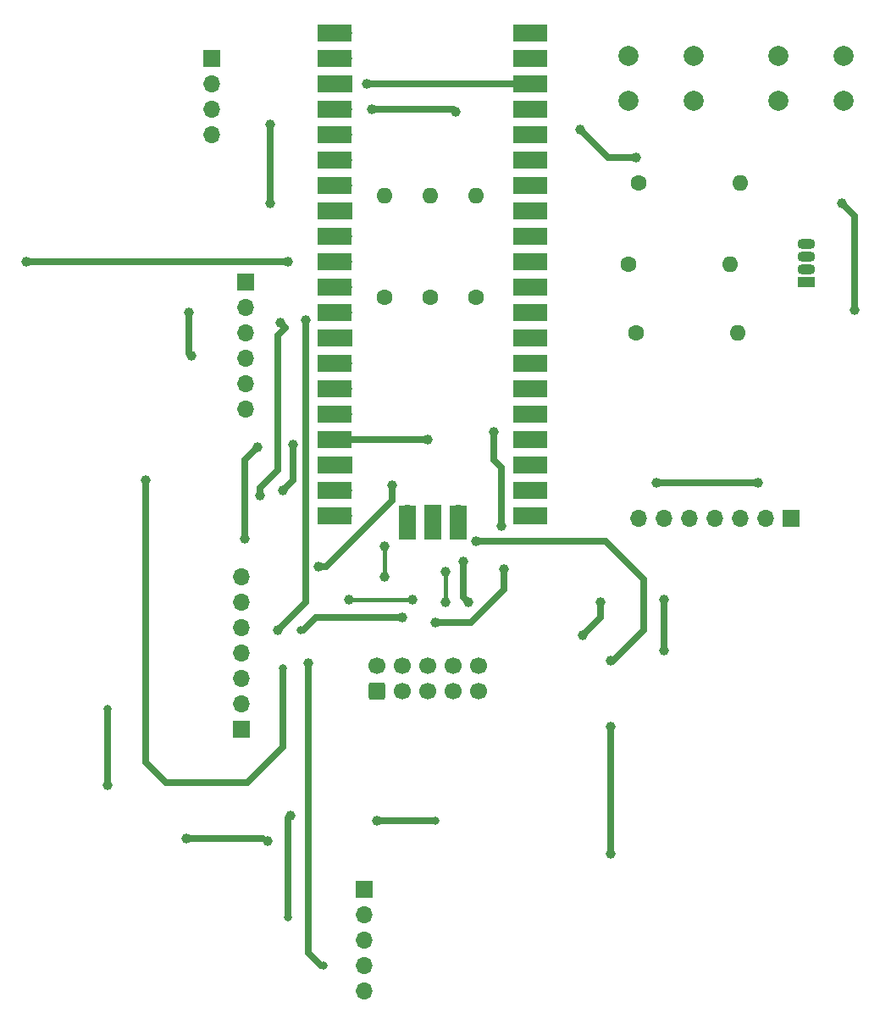
<source format=gbr>
%TF.GenerationSoftware,KiCad,Pcbnew,(6.0.1)*%
%TF.CreationDate,2022-10-25T11:35:38-03:00*%
%TF.ProjectId,Circuito esquem_tico,43697263-7569-4746-9f20-65737175656d,rev?*%
%TF.SameCoordinates,Original*%
%TF.FileFunction,Copper,L1,Top*%
%TF.FilePolarity,Positive*%
%FSLAX46Y46*%
G04 Gerber Fmt 4.6, Leading zero omitted, Abs format (unit mm)*
G04 Created by KiCad (PCBNEW (6.0.1)) date 2022-10-25 11:35:38*
%MOMM*%
%LPD*%
G01*
G04 APERTURE LIST*
G04 Aperture macros list*
%AMRoundRect*
0 Rectangle with rounded corners*
0 $1 Rounding radius*
0 $2 $3 $4 $5 $6 $7 $8 $9 X,Y pos of 4 corners*
0 Add a 4 corners polygon primitive as box body*
4,1,4,$2,$3,$4,$5,$6,$7,$8,$9,$2,$3,0*
0 Add four circle primitives for the rounded corners*
1,1,$1+$1,$2,$3*
1,1,$1+$1,$4,$5*
1,1,$1+$1,$6,$7*
1,1,$1+$1,$8,$9*
0 Add four rect primitives between the rounded corners*
20,1,$1+$1,$2,$3,$4,$5,0*
20,1,$1+$1,$4,$5,$6,$7,0*
20,1,$1+$1,$6,$7,$8,$9,0*
20,1,$1+$1,$8,$9,$2,$3,0*%
G04 Aperture macros list end*
%TA.AperFunction,ComponentPad*%
%ADD10C,1.600000*%
%TD*%
%TA.AperFunction,ComponentPad*%
%ADD11O,1.600000X1.600000*%
%TD*%
%TA.AperFunction,ComponentPad*%
%ADD12R,1.700000X1.700000*%
%TD*%
%TA.AperFunction,ComponentPad*%
%ADD13O,1.700000X1.700000*%
%TD*%
%TA.AperFunction,ComponentPad*%
%ADD14RoundRect,0.250000X0.600000X-0.600000X0.600000X0.600000X-0.600000X0.600000X-0.600000X-0.600000X0*%
%TD*%
%TA.AperFunction,ComponentPad*%
%ADD15C,1.700000*%
%TD*%
%TA.AperFunction,ComponentPad*%
%ADD16C,2.000000*%
%TD*%
%TA.AperFunction,ComponentPad*%
%ADD17R,1.800000X1.070000*%
%TD*%
%TA.AperFunction,ComponentPad*%
%ADD18O,1.800000X1.070000*%
%TD*%
%TA.AperFunction,SMDPad,CuDef*%
%ADD19R,3.500000X1.700000*%
%TD*%
%TA.AperFunction,SMDPad,CuDef*%
%ADD20R,1.700000X3.500000*%
%TD*%
%TA.AperFunction,ViaPad*%
%ADD21C,1.000000*%
%TD*%
%TA.AperFunction,ViaPad*%
%ADD22C,0.800000*%
%TD*%
%TA.AperFunction,Conductor*%
%ADD23C,0.635000*%
%TD*%
%TA.AperFunction,Conductor*%
%ADD24C,0.381000*%
%TD*%
G04 APERTURE END LIST*
D10*
%TO.P,R6,1*%
%TO.N,GP21*%
X159512000Y-76454000D03*
D11*
%TO.P,R6,2*%
%TO.N,Net-(D1-Pad1)*%
X169672000Y-76454000D03*
%TD*%
D12*
%TO.P,J3,1,Pin_1*%
%TO.N,3.3V*%
X117119000Y-49032000D03*
D13*
%TO.P,J3,2,Pin_2*%
%TO.N,GP0*%
X117119000Y-51572000D03*
%TO.P,J3,3,Pin_3*%
%TO.N,GP1*%
X117119000Y-54112000D03*
%TO.P,J3,4,Pin_4*%
%TO.N,GND*%
X117119000Y-56652000D03*
%TD*%
D10*
%TO.P,R5,1*%
%TO.N,GP22*%
X159766000Y-61468000D03*
D11*
%TO.P,R5,2*%
%TO.N,Net-(D1-Pad4)*%
X169926000Y-61468000D03*
%TD*%
D12*
%TO.P,J4,1,Pin_1*%
%TO.N,GP6*%
X120478000Y-71399000D03*
D13*
%TO.P,J4,2,Pin_2*%
%TO.N,GP5*%
X120478000Y-73939000D03*
%TO.P,J4,3,Pin_3*%
%TO.N,GP3*%
X120478000Y-76479000D03*
%TO.P,J4,4,Pin_4*%
%TO.N,GP4*%
X120478000Y-79019000D03*
%TO.P,J4,5,Pin_5*%
%TO.N,3.3V*%
X120478000Y-81559000D03*
%TO.P,J4,6,Pin_6*%
%TO.N,GND*%
X120478000Y-84099000D03*
%TD*%
D14*
%TO.P,J6,1,Pin_1*%
%TO.N,GND*%
X133604000Y-112258500D03*
D15*
%TO.P,J6,2,Pin_2*%
X133604000Y-109718500D03*
%TO.P,J6,3,Pin_3*%
%TO.N,VBUS*%
X136144000Y-112258500D03*
%TO.P,J6,4,Pin_4*%
X136144000Y-109718500D03*
%TO.P,J6,5,Pin_5*%
%TO.N,3.3V*%
X138684000Y-112258500D03*
%TO.P,J6,6,Pin_6*%
X138684000Y-109718500D03*
%TO.P,J6,7,Pin_7*%
%TO.N,GP14*%
X141224000Y-112258500D03*
%TO.P,J6,8,Pin_8*%
X141224000Y-109718500D03*
%TO.P,J6,9,Pin_9*%
%TO.N,GP15*%
X143764000Y-112258500D03*
%TO.P,J6,10,Pin_10*%
X143764000Y-109718500D03*
%TD*%
D10*
%TO.P,R4,1*%
%TO.N,GP26*%
X158750000Y-69596000D03*
D11*
%TO.P,R4,2*%
%TO.N,Net-(D1-Pad3)*%
X168910000Y-69596000D03*
%TD*%
D12*
%TO.P,J1,1,Pin_1*%
%TO.N,GND*%
X120117000Y-116078000D03*
D13*
%TO.P,J1,2,Pin_2*%
%TO.N,VBUS*%
X120117000Y-113538000D03*
%TO.P,J1,3,Pin_3*%
%TO.N,GP2*%
X120117000Y-110998000D03*
%TO.P,J1,4,Pin_4*%
%TO.N,GP8*%
X120117000Y-108458000D03*
%TO.P,J1,5,Pin_5*%
%TO.N,GP9*%
X120117000Y-105918000D03*
%TO.P,J1,6,Pin_6*%
%TO.N,GP11*%
X120117000Y-103378000D03*
%TO.P,J1,7,Pin_7*%
%TO.N,GP10*%
X120117000Y-100838000D03*
%TD*%
D16*
%TO.P,SW2,1,1*%
%TO.N,GND*%
X165302000Y-48804000D03*
X158802000Y-48804000D03*
%TO.P,SW2,2,2*%
%TO.N,GP28*%
X158802000Y-53304000D03*
X165302000Y-53304000D03*
%TD*%
D12*
%TO.P,J2,1,Pin_1*%
%TO.N,VBUS*%
X132359000Y-132110000D03*
D13*
%TO.P,J2,2,Pin_2*%
%TO.N,GND*%
X132359000Y-134650000D03*
%TO.P,J2,3,Pin_3*%
%TO.N,GP7*%
X132359000Y-137190000D03*
%TO.P,J2,4,Pin_4*%
%TO.N,GP8*%
X132359000Y-139730000D03*
%TO.P,J2,5,Pin_5*%
%TO.N,GP13*%
X132359000Y-142270000D03*
%TD*%
D17*
%TO.P,D1,1,RA*%
%TO.N,Net-(D1-Pad1)*%
X176530000Y-71374000D03*
D18*
%TO.P,D1,2,K*%
%TO.N,GND*%
X176530000Y-70104000D03*
%TO.P,D1,3,BA*%
%TO.N,Net-(D1-Pad3)*%
X176530000Y-68834000D03*
%TO.P,D1,4,GA*%
%TO.N,Net-(D1-Pad4)*%
X176530000Y-67564000D03*
%TD*%
D10*
%TO.P,R1,1*%
%TO.N,GP2*%
X143510000Y-72898000D03*
D11*
%TO.P,R1,2*%
%TO.N,3.3V*%
X143510000Y-62738000D03*
%TD*%
D10*
%TO.P,R2,1*%
%TO.N,GP8*%
X138938000Y-72898000D03*
D11*
%TO.P,R2,2*%
%TO.N,3.3V*%
X138938000Y-62738000D03*
%TD*%
D19*
%TO.P,U1,1,GPIO0*%
%TO.N,GP0*%
X129402000Y-46482000D03*
D13*
X130302000Y-46482000D03*
D19*
%TO.P,U1,2,GPIO1*%
%TO.N,GP1*%
X129402000Y-49022000D03*
D13*
X130302000Y-49022000D03*
D12*
%TO.P,U1,3,GND*%
%TO.N,GND*%
X130302000Y-51562000D03*
D19*
X129402000Y-51562000D03*
%TO.P,U1,4,GPIO2*%
%TO.N,GP2*%
X129402000Y-54102000D03*
D13*
X130302000Y-54102000D03*
D19*
%TO.P,U1,5,GPIO3*%
%TO.N,GP3*%
X129402000Y-56642000D03*
D13*
X130302000Y-56642000D03*
D19*
%TO.P,U1,6,GPIO4*%
%TO.N,GP4*%
X129402000Y-59182000D03*
D13*
X130302000Y-59182000D03*
D19*
%TO.P,U1,7,GPIO5*%
%TO.N,GP5*%
X129402000Y-61722000D03*
D13*
X130302000Y-61722000D03*
D12*
%TO.P,U1,8,GND*%
%TO.N,GND*%
X130302000Y-64262000D03*
D19*
X129402000Y-64262000D03*
D13*
%TO.P,U1,9,GPIO6*%
%TO.N,GP6*%
X130302000Y-66802000D03*
D19*
X129402000Y-66802000D03*
D13*
%TO.P,U1,10,GPIO7*%
%TO.N,GP7*%
X130302000Y-69342000D03*
D19*
X129402000Y-69342000D03*
%TO.P,U1,11,GPIO8*%
%TO.N,GP8*%
X129402000Y-71882000D03*
D13*
X130302000Y-71882000D03*
D19*
%TO.P,U1,12,GPIO9*%
%TO.N,GP9*%
X129402000Y-74422000D03*
D13*
X130302000Y-74422000D03*
D12*
%TO.P,U1,13,GND*%
%TO.N,GND*%
X130302000Y-76962000D03*
D19*
X129402000Y-76962000D03*
D13*
%TO.P,U1,14,GPIO10*%
%TO.N,GP10*%
X130302000Y-79502000D03*
D19*
X129402000Y-79502000D03*
%TO.P,U1,15,GPIO11*%
%TO.N,GP11*%
X129402000Y-82042000D03*
D13*
X130302000Y-82042000D03*
%TO.P,U1,16,GPIO12*%
%TO.N,GP8*%
X130302000Y-84582000D03*
D19*
X129402000Y-84582000D03*
D13*
%TO.P,U1,17,GPIO13*%
%TO.N,GP13*%
X130302000Y-87122000D03*
D19*
X129402000Y-87122000D03*
%TO.P,U1,18,GND*%
%TO.N,GND*%
X129402000Y-89662000D03*
D12*
X130302000Y-89662000D03*
D19*
%TO.P,U1,19,GPIO14*%
%TO.N,GP14*%
X129402000Y-92202000D03*
D13*
X130302000Y-92202000D03*
%TO.P,U1,20,GPIO15*%
%TO.N,GP15*%
X130302000Y-94742000D03*
D19*
X129402000Y-94742000D03*
D13*
%TO.P,U1,21,GPIO16*%
%TO.N,GP16*%
X148082000Y-94742000D03*
D19*
X148982000Y-94742000D03*
D13*
%TO.P,U1,22,GPIO17*%
%TO.N,GP17*%
X148082000Y-92202000D03*
D19*
X148982000Y-92202000D03*
%TO.P,U1,23,GND*%
%TO.N,GND*%
X148982000Y-89662000D03*
D12*
X148082000Y-89662000D03*
D19*
%TO.P,U1,24,GPIO18*%
%TO.N,GP18*%
X148982000Y-87122000D03*
D13*
X148082000Y-87122000D03*
D19*
%TO.P,U1,25,GPIO19*%
%TO.N,GP19*%
X148982000Y-84582000D03*
D13*
X148082000Y-84582000D03*
%TO.P,U1,26,GPIO20*%
%TO.N,GP20*%
X148082000Y-82042000D03*
D19*
X148982000Y-82042000D03*
D13*
%TO.P,U1,27,GPIO21*%
%TO.N,GP21*%
X148082000Y-79502000D03*
D19*
X148982000Y-79502000D03*
D12*
%TO.P,U1,28,GND*%
%TO.N,unconnected-(U1-Pad28)*%
X148082000Y-76962000D03*
D19*
X148982000Y-76962000D03*
D13*
%TO.P,U1,29,GPIO22*%
%TO.N,GP22*%
X148082000Y-74422000D03*
D19*
X148982000Y-74422000D03*
D13*
%TO.P,U1,30,RUN*%
%TO.N,unconnected-(U1-Pad30)*%
X148082000Y-71882000D03*
D19*
X148982000Y-71882000D03*
D13*
%TO.P,U1,31,GPIO26_ADC0*%
%TO.N,GP26*%
X148082000Y-69342000D03*
D19*
X148982000Y-69342000D03*
%TO.P,U1,32,GPIO27_ADC1*%
%TO.N,GP27*%
X148982000Y-66802000D03*
D13*
X148082000Y-66802000D03*
D19*
%TO.P,U1,33,AGND*%
%TO.N,unconnected-(U1-Pad33)*%
X148982000Y-64262000D03*
D12*
X148082000Y-64262000D03*
D19*
%TO.P,U1,34,GPIO28_ADC2*%
%TO.N,GP28*%
X148982000Y-61722000D03*
D13*
X148082000Y-61722000D03*
%TO.P,U1,35,ADC_VREF*%
%TO.N,unconnected-(U1-Pad35)*%
X148082000Y-59182000D03*
D19*
X148982000Y-59182000D03*
%TO.P,U1,36,3V3*%
%TO.N,3.3V*%
X148982000Y-56642000D03*
D13*
X148082000Y-56642000D03*
D19*
%TO.P,U1,37,3V3_EN*%
%TO.N,unconnected-(U1-Pad37)*%
X148982000Y-54102000D03*
D13*
X148082000Y-54102000D03*
D19*
%TO.P,U1,38,GND*%
%TO.N,GND*%
X148982000Y-51562000D03*
D12*
X148082000Y-51562000D03*
D19*
%TO.P,U1,39,VSYS*%
%TO.N,unconnected-(U1-Pad39)*%
X148982000Y-49022000D03*
D13*
X148082000Y-49022000D03*
%TO.P,U1,40,VBUS*%
%TO.N,VBUS*%
X148082000Y-46482000D03*
D19*
X148982000Y-46482000D03*
D20*
%TO.P,U1,41,SWCLK*%
%TO.N,unconnected-(U1-Pad41)*%
X136652000Y-95412000D03*
D13*
X136652000Y-94512000D03*
D20*
%TO.P,U1,42,GND*%
%TO.N,unconnected-(U1-Pad42)*%
X139192000Y-95412000D03*
D12*
X139192000Y-94512000D03*
D20*
%TO.P,U1,43,SWDIO*%
%TO.N,unconnected-(U1-Pad43)*%
X141732000Y-95412000D03*
D13*
X141732000Y-94512000D03*
%TD*%
D12*
%TO.P,J5,1,Pin_1*%
%TO.N,GP16*%
X175006000Y-94996000D03*
D13*
%TO.P,J5,2,Pin_2*%
%TO.N,GP17*%
X172466000Y-94996000D03*
%TO.P,J5,3,Pin_3*%
%TO.N,GP20*%
X169926000Y-94996000D03*
%TO.P,J5,4,Pin_4*%
%TO.N,GP19*%
X167386000Y-94996000D03*
%TO.P,J5,5,Pin_5*%
%TO.N,GP18*%
X164846000Y-94996000D03*
%TO.P,J5,6,Pin_6*%
%TO.N,3.3V*%
X162306000Y-94996000D03*
%TO.P,J5,7,Pin_7*%
%TO.N,GND*%
X159766000Y-94996000D03*
%TD*%
D10*
%TO.P,R3,1*%
%TO.N,GP9*%
X134366000Y-72898000D03*
D11*
%TO.P,R3,2*%
%TO.N,3.3V*%
X134366000Y-62738000D03*
%TD*%
D16*
%TO.P,SW1,1,1*%
%TO.N,GND*%
X180288000Y-48804000D03*
X173788000Y-48804000D03*
%TO.P,SW1,2,2*%
%TO.N,GP27*%
X180288000Y-53304000D03*
X173788000Y-53304000D03*
%TD*%
D21*
%TO.N,GND*%
X154178000Y-106680000D03*
D22*
%TO.N,3.3V*%
X139446000Y-125222000D03*
D21*
X110490000Y-91186000D03*
D22*
X124206000Y-109982000D03*
X125984000Y-106172000D03*
D21*
X136144000Y-104902000D03*
X153924000Y-56134000D03*
X159512000Y-58928000D03*
X180086000Y-63500000D03*
X181356000Y-74168000D03*
X133604000Y-125222000D03*
%TO.N,GP8*%
X124206000Y-92202000D03*
%TO.N,GP2*%
X146050000Y-95758000D03*
%TO.N,GP15*%
X142748000Y-103378000D03*
%TO.N,GP2*%
X146304000Y-100076000D03*
%TO.N,GP8*%
X121920000Y-92710000D03*
%TO.N,GP10*%
X121666000Y-87884000D03*
%TO.N,GND*%
X132588000Y-51562000D03*
X155956000Y-103378000D03*
X122936000Y-55626000D03*
X124968000Y-124714000D03*
D22*
X124714000Y-134874000D03*
D21*
X122936000Y-63500000D03*
%TO.N,GP2*%
X137160000Y-103124000D03*
X133096000Y-54102000D03*
X141478000Y-54356000D03*
X139446000Y-105410000D03*
X145288000Y-86360000D03*
X130810000Y-103124000D03*
%TO.N,GP7*%
X98552000Y-69342000D03*
X124714000Y-69342000D03*
%TO.N,GP8*%
X123952000Y-75438000D03*
%TO.N,GP11*%
X127762000Y-99822000D03*
X135128000Y-91694000D03*
%TO.N,GP10*%
X120396000Y-97028000D03*
%TO.N,GP14*%
X134366000Y-97790000D03*
X140462000Y-100330000D03*
X140462000Y-103378000D03*
X134366000Y-100838000D03*
%TO.N,GP15*%
X142240000Y-99314000D03*
%TO.N,3.3V*%
X162306000Y-108204000D03*
X162306000Y-103124000D03*
X122682000Y-127254000D03*
X106680000Y-121666000D03*
X114554000Y-127000000D03*
D22*
X106680000Y-114046000D03*
D21*
%TO.N,GP4*%
X115062000Y-78740000D03*
X114808000Y-74422000D03*
%TO.N,GP17*%
X161544000Y-91440000D03*
X171704000Y-91440000D03*
%TO.N,GP9*%
X123698000Y-106172000D03*
X126492000Y-75184000D03*
D22*
%TO.N,GP8*%
X128270000Y-139700000D03*
D21*
X125250000Y-87630000D03*
X126746000Y-109474000D03*
%TO.N,GP13*%
X138684000Y-87122000D03*
X143510000Y-97282000D03*
X156972000Y-109220000D03*
X156972000Y-128524000D03*
X156972000Y-115824000D03*
%TD*%
D23*
%TO.N,GND*%
X155956000Y-104902000D02*
X155956000Y-103378000D01*
X154178000Y-106680000D02*
X155956000Y-104902000D01*
%TO.N,3.3V*%
X138684000Y-125222000D02*
X139446000Y-125222000D01*
X133604000Y-125222000D02*
X138684000Y-125222000D01*
X110490000Y-91440000D02*
X110490000Y-91694000D01*
X110490000Y-119380000D02*
X110490000Y-91694000D01*
X112522000Y-121412000D02*
X110490000Y-119380000D01*
X120650000Y-121412000D02*
X112522000Y-121412000D01*
X124206000Y-117856000D02*
X120650000Y-121412000D01*
X124206000Y-109982000D02*
X124206000Y-117856000D01*
X126492000Y-105918000D02*
X126238000Y-106172000D01*
X127508000Y-104902000D02*
X126492000Y-105918000D01*
X136144000Y-104902000D02*
X127508000Y-104902000D01*
X126238000Y-106172000D02*
X125984000Y-106172000D01*
X156718000Y-58928000D02*
X153924000Y-56134000D01*
X159512000Y-58928000D02*
X156718000Y-58928000D01*
X181356000Y-64770000D02*
X180086000Y-63500000D01*
X181356000Y-74168000D02*
X181356000Y-64770000D01*
%TO.N,GP8*%
X125222000Y-87658000D02*
X125250000Y-87630000D01*
X124206000Y-92202000D02*
X125222000Y-91186000D01*
X125222000Y-91186000D02*
X125222000Y-87658000D01*
%TO.N,GP2*%
X146050000Y-94996000D02*
X146050000Y-95758000D01*
X146050000Y-89916000D02*
X146050000Y-94996000D01*
X145288000Y-89154000D02*
X146050000Y-89916000D01*
X145288000Y-87122000D02*
X145288000Y-89154000D01*
%TO.N,GP15*%
X142240000Y-102870000D02*
X142240000Y-99314000D01*
X142748000Y-103378000D02*
X142240000Y-102870000D01*
%TO.N,GP8*%
X121920000Y-91948000D02*
X121920000Y-92710000D01*
X123698000Y-90170000D02*
X121920000Y-91948000D01*
X123698000Y-76708000D02*
X123698000Y-90170000D01*
X124460000Y-75946000D02*
X123698000Y-76708000D01*
X123952000Y-75438000D02*
X124460000Y-75946000D01*
%TO.N,GP10*%
X120396000Y-89154000D02*
X121666000Y-87884000D01*
X120396000Y-97028000D02*
X120396000Y-89154000D01*
%TO.N,GND*%
X132588000Y-51562000D02*
X148082000Y-51562000D01*
D24*
X124714000Y-124968000D02*
X124968000Y-124714000D01*
D23*
X124714000Y-134874000D02*
X124714000Y-127508000D01*
D24*
X122936000Y-55880000D02*
X122936000Y-55626000D01*
D23*
X122936000Y-63500000D02*
X122936000Y-55880000D01*
X124714000Y-127508000D02*
X124714000Y-124968000D01*
%TO.N,GP2*%
X139446000Y-105410000D02*
X143002000Y-105410000D01*
D24*
X136652000Y-103124000D02*
X137160000Y-103124000D01*
D23*
X143002000Y-105410000D02*
X146304000Y-102108000D01*
X145288000Y-87122000D02*
X145288000Y-86360000D01*
X140716000Y-54102000D02*
X141224000Y-54102000D01*
D24*
X141224000Y-54102000D02*
X141478000Y-54356000D01*
X130810000Y-103124000D02*
X136652000Y-103124000D01*
D23*
X146304000Y-102108000D02*
X146304000Y-100076000D01*
X133096000Y-54102000D02*
X140716000Y-54102000D01*
%TO.N,GP7*%
X124714000Y-69342000D02*
X98552000Y-69342000D01*
%TO.N,GP11*%
X128524000Y-99822000D02*
X128016000Y-99822000D01*
D24*
X128016000Y-99822000D02*
X127762000Y-99822000D01*
D23*
X135128000Y-93218000D02*
X133096000Y-95250000D01*
X133096000Y-95250000D02*
X128524000Y-99822000D01*
X135128000Y-91694000D02*
X135128000Y-93218000D01*
D24*
%TO.N,GP14*%
X140462000Y-100330000D02*
X140462000Y-103378000D01*
X134366000Y-97790000D02*
X134366000Y-100838000D01*
D23*
%TO.N,3.3V*%
X114554000Y-127000000D02*
X122174000Y-127000000D01*
D24*
X122428000Y-127000000D02*
X122682000Y-127254000D01*
X122174000Y-127000000D02*
X122428000Y-127000000D01*
X162306000Y-107696000D02*
X162306000Y-108204000D01*
D23*
X106680000Y-114046000D02*
X106680000Y-121412000D01*
D24*
X106426000Y-121666000D02*
X106680000Y-121666000D01*
D23*
X162306000Y-103124000D02*
X162306000Y-107696000D01*
D24*
X106680000Y-121412000D02*
X106426000Y-121666000D01*
D23*
%TO.N,GP4*%
X114808000Y-74422000D02*
X114808000Y-78486000D01*
D24*
X114808000Y-78486000D02*
X115062000Y-78740000D01*
%TO.N,GP17*%
X161798000Y-91440000D02*
X161544000Y-91440000D01*
D23*
X171704000Y-91440000D02*
X161798000Y-91440000D01*
%TO.N,GP9*%
X126492000Y-103378000D02*
X123952000Y-105918000D01*
X126492000Y-75184000D02*
X126492000Y-103378000D01*
D24*
X123952000Y-105918000D02*
X123698000Y-106172000D01*
%TO.N,GP8*%
X128016000Y-139700000D02*
X128270000Y-139700000D01*
D23*
X126746000Y-109474000D02*
X126746000Y-138430000D01*
X126746000Y-138430000D02*
X128016000Y-139700000D01*
D24*
%TO.N,GP13*%
X157226000Y-109220000D02*
X156972000Y-109220000D01*
D23*
X143510000Y-97282000D02*
X151384000Y-97282000D01*
X156464000Y-97282000D02*
X160274000Y-101092000D01*
X156972000Y-115824000D02*
X156972000Y-123698000D01*
D24*
X138430000Y-87122000D02*
X138684000Y-87122000D01*
D23*
X130302000Y-87122000D02*
X138430000Y-87122000D01*
X160274000Y-101092000D02*
X160274000Y-106172000D01*
X156972000Y-123698000D02*
X156972000Y-128524000D01*
X160274000Y-106172000D02*
X157226000Y-109220000D01*
X151384000Y-97282000D02*
X156464000Y-97282000D01*
%TD*%
M02*

</source>
